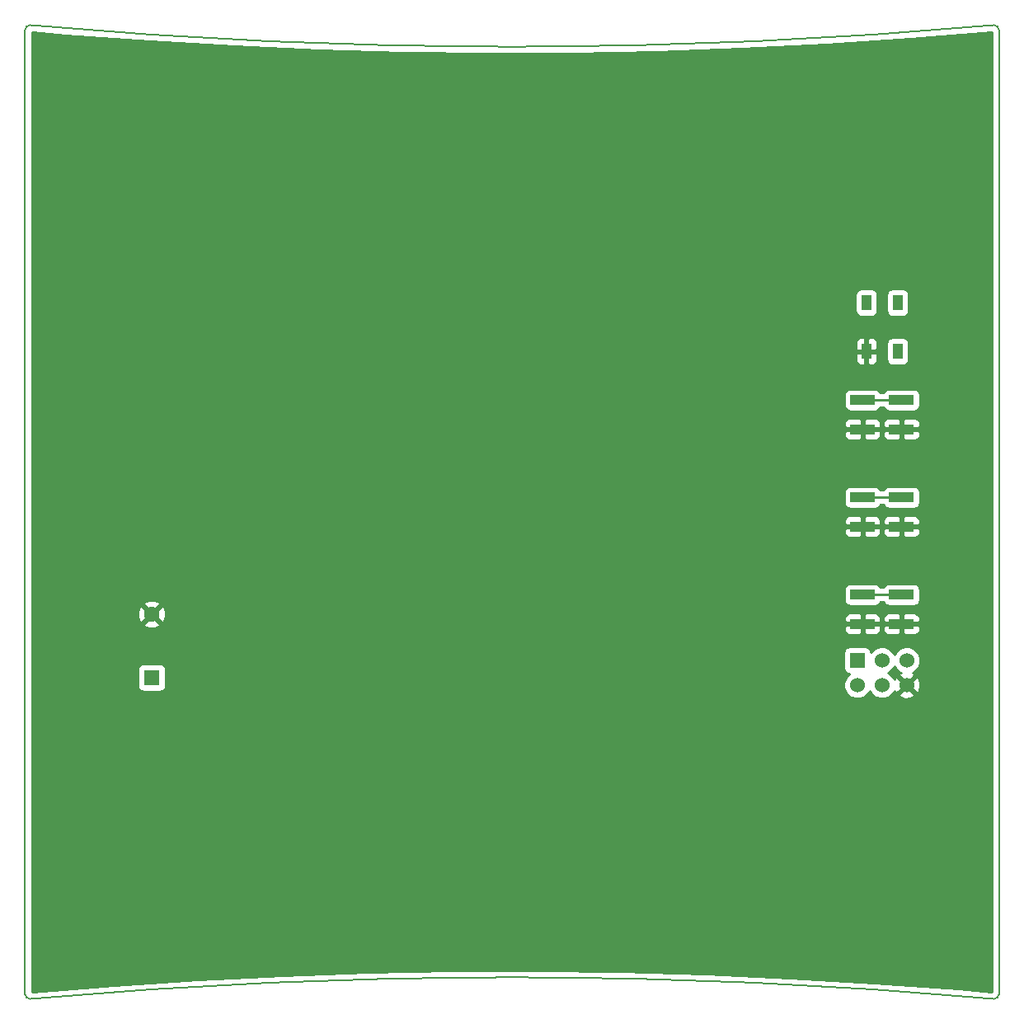
<source format=gbr>
%TF.GenerationSoftware,KiCad,Pcbnew,5.0.0*%
%TF.CreationDate,2018-09-20T16:03:51+02:00*%
%TF.ProjectId,adri,616472692E6B696361645F7063620000,rev?*%
%TF.SameCoordinates,Original*%
%TF.FileFunction,Copper,L1,Top,Signal*%
%TF.FilePolarity,Positive*%
%FSLAX46Y46*%
G04 Gerber Fmt 4.6, Leading zero omitted, Abs format (unit mm)*
G04 Created by KiCad (PCBNEW 5.0.0) date Thu Sep 20 16:03:51 2018*
%MOMM*%
%LPD*%
G01*
G04 APERTURE LIST*
%ADD10C,0.150000*%
%ADD11C,1.600000*%
%ADD12R,1.600000X1.600000*%
%ADD13R,1.000000X1.600000*%
%ADD14R,1.524000X1.524000*%
%ADD15C,1.524000*%
%ADD16R,2.500000X1.000000*%
%ADD17C,0.800000*%
%ADD18C,4.000000*%
%ADD19C,0.250000*%
%ADD20C,0.254000*%
G04 APERTURE END LIST*
D10*
X90500000Y-150000000D02*
G75*
G02X90000000Y-149500000I0J500000D01*
G01*
X190000000Y-149500000D02*
G75*
G02X189500000Y-150000000I-500000J0D01*
G01*
X189500000Y-50000000D02*
G75*
G02X190000000Y-50500000I0J-500000D01*
G01*
X90000000Y-50500000D02*
G75*
G02X90500000Y-50000000I500000J0D01*
G01*
X90500001Y-150000000D02*
G75*
G02X189500000Y-150000000I49499999J-550000000D01*
G01*
X189499999Y-50000000D02*
G75*
G02X90500000Y-50000000I-49500000J549999999D01*
G01*
X90000000Y-149500000D02*
X90000000Y-50500000D01*
X190000000Y-149500000D02*
X190000000Y-50500000D01*
D11*
X103000000Y-110500000D03*
D12*
X103000000Y-117000000D03*
D13*
X179600000Y-78500000D03*
X176400000Y-78500000D03*
X179600000Y-83500000D03*
X176400000Y-83500000D03*
D14*
X175460000Y-115230000D03*
D15*
X175460000Y-117770000D03*
X178000000Y-115230000D03*
X178000000Y-117770000D03*
X180540000Y-115230000D03*
X180540000Y-117770000D03*
D16*
X180000000Y-91500000D03*
X176000000Y-91500000D03*
X180000000Y-88500000D03*
X176000000Y-88500000D03*
X176000000Y-108500000D03*
X180000000Y-108500000D03*
X176000000Y-111500000D03*
X180000000Y-111500000D03*
X180000000Y-101500000D03*
X176000000Y-101500000D03*
X180000000Y-98500000D03*
X176000000Y-98500000D03*
D17*
X179600000Y-78500000D03*
D18*
X185000000Y-145000000D03*
D17*
X176000000Y-111500000D03*
D18*
X95000000Y-145000000D03*
X95000000Y-55000000D03*
X185000000Y-55000000D03*
D17*
X179600000Y-83500000D03*
X180000000Y-88500000D03*
X176000000Y-88500000D03*
X176000000Y-98500000D03*
X176000000Y-108500000D03*
D19*
X176000000Y-88500000D02*
X180000000Y-88500000D01*
X176000000Y-98500000D02*
X180000000Y-98500000D01*
X176000000Y-108500000D02*
X180000000Y-108500000D01*
D20*
G36*
X189290000Y-149269154D02*
X185859357Y-148972028D01*
X185855358Y-148971713D01*
X185851418Y-148971385D01*
X177201708Y-148319912D01*
X177190581Y-148319162D01*
X168531704Y-147803632D01*
X168520567Y-147803057D01*
X159854668Y-147423599D01*
X159854662Y-147423599D01*
X159843516Y-147423198D01*
X151172719Y-147179905D01*
X151167144Y-147179793D01*
X151161569Y-147179680D01*
X142488020Y-147072612D01*
X142476867Y-147072562D01*
X133802707Y-147101745D01*
X133791556Y-147101870D01*
X125118923Y-147267298D01*
X125107775Y-147267598D01*
X116438811Y-147569229D01*
X116428125Y-147569686D01*
X116427668Y-147569705D01*
X107764518Y-148007464D01*
X107764512Y-148007464D01*
X107753379Y-148008114D01*
X99098167Y-148581895D01*
X99087045Y-148582720D01*
X90710000Y-149270373D01*
X90710000Y-116200000D01*
X101552560Y-116200000D01*
X101552560Y-117800000D01*
X101601843Y-118047765D01*
X101742191Y-118257809D01*
X101952235Y-118398157D01*
X102200000Y-118447440D01*
X103800000Y-118447440D01*
X104047765Y-118398157D01*
X104257809Y-118257809D01*
X104398157Y-118047765D01*
X104447440Y-117800000D01*
X104447440Y-116200000D01*
X104398157Y-115952235D01*
X104257809Y-115742191D01*
X104047765Y-115601843D01*
X103800000Y-115552560D01*
X102200000Y-115552560D01*
X101952235Y-115601843D01*
X101742191Y-115742191D01*
X101601843Y-115952235D01*
X101552560Y-116200000D01*
X90710000Y-116200000D01*
X90710000Y-114468000D01*
X174050560Y-114468000D01*
X174050560Y-115992000D01*
X174099843Y-116239765D01*
X174240191Y-116449809D01*
X174450235Y-116590157D01*
X174628690Y-116625653D01*
X174275680Y-116978663D01*
X174063000Y-117492119D01*
X174063000Y-118047881D01*
X174275680Y-118561337D01*
X174668663Y-118954320D01*
X175182119Y-119167000D01*
X175737881Y-119167000D01*
X176251337Y-118954320D01*
X176644320Y-118561337D01*
X176730000Y-118354487D01*
X176815680Y-118561337D01*
X177208663Y-118954320D01*
X177722119Y-119167000D01*
X178277881Y-119167000D01*
X178791337Y-118954320D01*
X178995444Y-118750213D01*
X179739392Y-118750213D01*
X179808857Y-118992397D01*
X180332302Y-119179144D01*
X180887368Y-119151362D01*
X181271143Y-118992397D01*
X181340608Y-118750213D01*
X180540000Y-117949605D01*
X179739392Y-118750213D01*
X178995444Y-118750213D01*
X179184320Y-118561337D01*
X179263428Y-118370353D01*
X179317603Y-118501143D01*
X179559787Y-118570608D01*
X180360395Y-117770000D01*
X180719605Y-117770000D01*
X181520213Y-118570608D01*
X181762397Y-118501143D01*
X181949144Y-117977698D01*
X181921362Y-117422632D01*
X181762397Y-117038857D01*
X181520213Y-116969392D01*
X180719605Y-117770000D01*
X180360395Y-117770000D01*
X179559787Y-116969392D01*
X179317603Y-117038857D01*
X179267465Y-117179393D01*
X179184320Y-116978663D01*
X178791337Y-116585680D01*
X178584487Y-116500000D01*
X178791337Y-116414320D01*
X179184320Y-116021337D01*
X179270000Y-115814487D01*
X179355680Y-116021337D01*
X179748663Y-116414320D01*
X179939647Y-116493428D01*
X179808857Y-116547603D01*
X179739392Y-116789787D01*
X180540000Y-117590395D01*
X181340608Y-116789787D01*
X181271143Y-116547603D01*
X181130607Y-116497465D01*
X181331337Y-116414320D01*
X181724320Y-116021337D01*
X181937000Y-115507881D01*
X181937000Y-114952119D01*
X181724320Y-114438663D01*
X181331337Y-114045680D01*
X180817881Y-113833000D01*
X180262119Y-113833000D01*
X179748663Y-114045680D01*
X179355680Y-114438663D01*
X179270000Y-114645513D01*
X179184320Y-114438663D01*
X178791337Y-114045680D01*
X178277881Y-113833000D01*
X177722119Y-113833000D01*
X177208663Y-114045680D01*
X176855653Y-114398690D01*
X176820157Y-114220235D01*
X176679809Y-114010191D01*
X176469765Y-113869843D01*
X176222000Y-113820560D01*
X174698000Y-113820560D01*
X174450235Y-113869843D01*
X174240191Y-114010191D01*
X174099843Y-114220235D01*
X174050560Y-114468000D01*
X90710000Y-114468000D01*
X90710000Y-111507745D01*
X102171861Y-111507745D01*
X102245995Y-111753864D01*
X102783223Y-111946965D01*
X103353454Y-111919778D01*
X103677025Y-111785750D01*
X174115000Y-111785750D01*
X174115000Y-112126310D01*
X174211673Y-112359699D01*
X174390302Y-112538327D01*
X174623691Y-112635000D01*
X175714250Y-112635000D01*
X175873000Y-112476250D01*
X175873000Y-111627000D01*
X176127000Y-111627000D01*
X176127000Y-112476250D01*
X176285750Y-112635000D01*
X177376309Y-112635000D01*
X177609698Y-112538327D01*
X177788327Y-112359699D01*
X177885000Y-112126310D01*
X177885000Y-111785750D01*
X178115000Y-111785750D01*
X178115000Y-112126310D01*
X178211673Y-112359699D01*
X178390302Y-112538327D01*
X178623691Y-112635000D01*
X179714250Y-112635000D01*
X179873000Y-112476250D01*
X179873000Y-111627000D01*
X180127000Y-111627000D01*
X180127000Y-112476250D01*
X180285750Y-112635000D01*
X181376309Y-112635000D01*
X181609698Y-112538327D01*
X181788327Y-112359699D01*
X181885000Y-112126310D01*
X181885000Y-111785750D01*
X181726250Y-111627000D01*
X180127000Y-111627000D01*
X179873000Y-111627000D01*
X178273750Y-111627000D01*
X178115000Y-111785750D01*
X177885000Y-111785750D01*
X177726250Y-111627000D01*
X176127000Y-111627000D01*
X175873000Y-111627000D01*
X174273750Y-111627000D01*
X174115000Y-111785750D01*
X103677025Y-111785750D01*
X103754005Y-111753864D01*
X103828139Y-111507745D01*
X103000000Y-110679605D01*
X102171861Y-111507745D01*
X90710000Y-111507745D01*
X90710000Y-110283223D01*
X101553035Y-110283223D01*
X101580222Y-110853454D01*
X101746136Y-111254005D01*
X101992255Y-111328139D01*
X102820395Y-110500000D01*
X103179605Y-110500000D01*
X104007745Y-111328139D01*
X104253864Y-111254005D01*
X104390564Y-110873690D01*
X174115000Y-110873690D01*
X174115000Y-111214250D01*
X174273750Y-111373000D01*
X175873000Y-111373000D01*
X175873000Y-110523750D01*
X176127000Y-110523750D01*
X176127000Y-111373000D01*
X177726250Y-111373000D01*
X177885000Y-111214250D01*
X177885000Y-110873690D01*
X178115000Y-110873690D01*
X178115000Y-111214250D01*
X178273750Y-111373000D01*
X179873000Y-111373000D01*
X179873000Y-110523750D01*
X180127000Y-110523750D01*
X180127000Y-111373000D01*
X181726250Y-111373000D01*
X181885000Y-111214250D01*
X181885000Y-110873690D01*
X181788327Y-110640301D01*
X181609698Y-110461673D01*
X181376309Y-110365000D01*
X180285750Y-110365000D01*
X180127000Y-110523750D01*
X179873000Y-110523750D01*
X179714250Y-110365000D01*
X178623691Y-110365000D01*
X178390302Y-110461673D01*
X178211673Y-110640301D01*
X178115000Y-110873690D01*
X177885000Y-110873690D01*
X177788327Y-110640301D01*
X177609698Y-110461673D01*
X177376309Y-110365000D01*
X176285750Y-110365000D01*
X176127000Y-110523750D01*
X175873000Y-110523750D01*
X175714250Y-110365000D01*
X174623691Y-110365000D01*
X174390302Y-110461673D01*
X174211673Y-110640301D01*
X174115000Y-110873690D01*
X104390564Y-110873690D01*
X104446965Y-110716777D01*
X104419778Y-110146546D01*
X104253864Y-109745995D01*
X104007745Y-109671861D01*
X103179605Y-110500000D01*
X102820395Y-110500000D01*
X101992255Y-109671861D01*
X101746136Y-109745995D01*
X101553035Y-110283223D01*
X90710000Y-110283223D01*
X90710000Y-109492255D01*
X102171861Y-109492255D01*
X103000000Y-110320395D01*
X103828139Y-109492255D01*
X103754005Y-109246136D01*
X103216777Y-109053035D01*
X102646546Y-109080222D01*
X102245995Y-109246136D01*
X102171861Y-109492255D01*
X90710000Y-109492255D01*
X90710000Y-108000000D01*
X174102560Y-108000000D01*
X174102560Y-109000000D01*
X174151843Y-109247765D01*
X174292191Y-109457809D01*
X174502235Y-109598157D01*
X174750000Y-109647440D01*
X177250000Y-109647440D01*
X177497765Y-109598157D01*
X177707809Y-109457809D01*
X177839982Y-109260000D01*
X178160018Y-109260000D01*
X178292191Y-109457809D01*
X178502235Y-109598157D01*
X178750000Y-109647440D01*
X181250000Y-109647440D01*
X181497765Y-109598157D01*
X181707809Y-109457809D01*
X181848157Y-109247765D01*
X181897440Y-109000000D01*
X181897440Y-108000000D01*
X181848157Y-107752235D01*
X181707809Y-107542191D01*
X181497765Y-107401843D01*
X181250000Y-107352560D01*
X178750000Y-107352560D01*
X178502235Y-107401843D01*
X178292191Y-107542191D01*
X178160018Y-107740000D01*
X177839982Y-107740000D01*
X177707809Y-107542191D01*
X177497765Y-107401843D01*
X177250000Y-107352560D01*
X174750000Y-107352560D01*
X174502235Y-107401843D01*
X174292191Y-107542191D01*
X174151843Y-107752235D01*
X174102560Y-108000000D01*
X90710000Y-108000000D01*
X90710000Y-101785750D01*
X174115000Y-101785750D01*
X174115000Y-102126310D01*
X174211673Y-102359699D01*
X174390302Y-102538327D01*
X174623691Y-102635000D01*
X175714250Y-102635000D01*
X175873000Y-102476250D01*
X175873000Y-101627000D01*
X176127000Y-101627000D01*
X176127000Y-102476250D01*
X176285750Y-102635000D01*
X177376309Y-102635000D01*
X177609698Y-102538327D01*
X177788327Y-102359699D01*
X177885000Y-102126310D01*
X177885000Y-101785750D01*
X178115000Y-101785750D01*
X178115000Y-102126310D01*
X178211673Y-102359699D01*
X178390302Y-102538327D01*
X178623691Y-102635000D01*
X179714250Y-102635000D01*
X179873000Y-102476250D01*
X179873000Y-101627000D01*
X180127000Y-101627000D01*
X180127000Y-102476250D01*
X180285750Y-102635000D01*
X181376309Y-102635000D01*
X181609698Y-102538327D01*
X181788327Y-102359699D01*
X181885000Y-102126310D01*
X181885000Y-101785750D01*
X181726250Y-101627000D01*
X180127000Y-101627000D01*
X179873000Y-101627000D01*
X178273750Y-101627000D01*
X178115000Y-101785750D01*
X177885000Y-101785750D01*
X177726250Y-101627000D01*
X176127000Y-101627000D01*
X175873000Y-101627000D01*
X174273750Y-101627000D01*
X174115000Y-101785750D01*
X90710000Y-101785750D01*
X90710000Y-100873690D01*
X174115000Y-100873690D01*
X174115000Y-101214250D01*
X174273750Y-101373000D01*
X175873000Y-101373000D01*
X175873000Y-100523750D01*
X176127000Y-100523750D01*
X176127000Y-101373000D01*
X177726250Y-101373000D01*
X177885000Y-101214250D01*
X177885000Y-100873690D01*
X178115000Y-100873690D01*
X178115000Y-101214250D01*
X178273750Y-101373000D01*
X179873000Y-101373000D01*
X179873000Y-100523750D01*
X180127000Y-100523750D01*
X180127000Y-101373000D01*
X181726250Y-101373000D01*
X181885000Y-101214250D01*
X181885000Y-100873690D01*
X181788327Y-100640301D01*
X181609698Y-100461673D01*
X181376309Y-100365000D01*
X180285750Y-100365000D01*
X180127000Y-100523750D01*
X179873000Y-100523750D01*
X179714250Y-100365000D01*
X178623691Y-100365000D01*
X178390302Y-100461673D01*
X178211673Y-100640301D01*
X178115000Y-100873690D01*
X177885000Y-100873690D01*
X177788327Y-100640301D01*
X177609698Y-100461673D01*
X177376309Y-100365000D01*
X176285750Y-100365000D01*
X176127000Y-100523750D01*
X175873000Y-100523750D01*
X175714250Y-100365000D01*
X174623691Y-100365000D01*
X174390302Y-100461673D01*
X174211673Y-100640301D01*
X174115000Y-100873690D01*
X90710000Y-100873690D01*
X90710000Y-98000000D01*
X174102560Y-98000000D01*
X174102560Y-99000000D01*
X174151843Y-99247765D01*
X174292191Y-99457809D01*
X174502235Y-99598157D01*
X174750000Y-99647440D01*
X177250000Y-99647440D01*
X177497765Y-99598157D01*
X177707809Y-99457809D01*
X177839982Y-99260000D01*
X178160018Y-99260000D01*
X178292191Y-99457809D01*
X178502235Y-99598157D01*
X178750000Y-99647440D01*
X181250000Y-99647440D01*
X181497765Y-99598157D01*
X181707809Y-99457809D01*
X181848157Y-99247765D01*
X181897440Y-99000000D01*
X181897440Y-98000000D01*
X181848157Y-97752235D01*
X181707809Y-97542191D01*
X181497765Y-97401843D01*
X181250000Y-97352560D01*
X178750000Y-97352560D01*
X178502235Y-97401843D01*
X178292191Y-97542191D01*
X178160018Y-97740000D01*
X177839982Y-97740000D01*
X177707809Y-97542191D01*
X177497765Y-97401843D01*
X177250000Y-97352560D01*
X174750000Y-97352560D01*
X174502235Y-97401843D01*
X174292191Y-97542191D01*
X174151843Y-97752235D01*
X174102560Y-98000000D01*
X90710000Y-98000000D01*
X90710000Y-91785750D01*
X174115000Y-91785750D01*
X174115000Y-92126310D01*
X174211673Y-92359699D01*
X174390302Y-92538327D01*
X174623691Y-92635000D01*
X175714250Y-92635000D01*
X175873000Y-92476250D01*
X175873000Y-91627000D01*
X176127000Y-91627000D01*
X176127000Y-92476250D01*
X176285750Y-92635000D01*
X177376309Y-92635000D01*
X177609698Y-92538327D01*
X177788327Y-92359699D01*
X177885000Y-92126310D01*
X177885000Y-91785750D01*
X178115000Y-91785750D01*
X178115000Y-92126310D01*
X178211673Y-92359699D01*
X178390302Y-92538327D01*
X178623691Y-92635000D01*
X179714250Y-92635000D01*
X179873000Y-92476250D01*
X179873000Y-91627000D01*
X180127000Y-91627000D01*
X180127000Y-92476250D01*
X180285750Y-92635000D01*
X181376309Y-92635000D01*
X181609698Y-92538327D01*
X181788327Y-92359699D01*
X181885000Y-92126310D01*
X181885000Y-91785750D01*
X181726250Y-91627000D01*
X180127000Y-91627000D01*
X179873000Y-91627000D01*
X178273750Y-91627000D01*
X178115000Y-91785750D01*
X177885000Y-91785750D01*
X177726250Y-91627000D01*
X176127000Y-91627000D01*
X175873000Y-91627000D01*
X174273750Y-91627000D01*
X174115000Y-91785750D01*
X90710000Y-91785750D01*
X90710000Y-90873690D01*
X174115000Y-90873690D01*
X174115000Y-91214250D01*
X174273750Y-91373000D01*
X175873000Y-91373000D01*
X175873000Y-90523750D01*
X176127000Y-90523750D01*
X176127000Y-91373000D01*
X177726250Y-91373000D01*
X177885000Y-91214250D01*
X177885000Y-90873690D01*
X178115000Y-90873690D01*
X178115000Y-91214250D01*
X178273750Y-91373000D01*
X179873000Y-91373000D01*
X179873000Y-90523750D01*
X180127000Y-90523750D01*
X180127000Y-91373000D01*
X181726250Y-91373000D01*
X181885000Y-91214250D01*
X181885000Y-90873690D01*
X181788327Y-90640301D01*
X181609698Y-90461673D01*
X181376309Y-90365000D01*
X180285750Y-90365000D01*
X180127000Y-90523750D01*
X179873000Y-90523750D01*
X179714250Y-90365000D01*
X178623691Y-90365000D01*
X178390302Y-90461673D01*
X178211673Y-90640301D01*
X178115000Y-90873690D01*
X177885000Y-90873690D01*
X177788327Y-90640301D01*
X177609698Y-90461673D01*
X177376309Y-90365000D01*
X176285750Y-90365000D01*
X176127000Y-90523750D01*
X175873000Y-90523750D01*
X175714250Y-90365000D01*
X174623691Y-90365000D01*
X174390302Y-90461673D01*
X174211673Y-90640301D01*
X174115000Y-90873690D01*
X90710000Y-90873690D01*
X90710000Y-88000000D01*
X174102560Y-88000000D01*
X174102560Y-89000000D01*
X174151843Y-89247765D01*
X174292191Y-89457809D01*
X174502235Y-89598157D01*
X174750000Y-89647440D01*
X177250000Y-89647440D01*
X177497765Y-89598157D01*
X177707809Y-89457809D01*
X177839982Y-89260000D01*
X178160018Y-89260000D01*
X178292191Y-89457809D01*
X178502235Y-89598157D01*
X178750000Y-89647440D01*
X181250000Y-89647440D01*
X181497765Y-89598157D01*
X181707809Y-89457809D01*
X181848157Y-89247765D01*
X181897440Y-89000000D01*
X181897440Y-88000000D01*
X181848157Y-87752235D01*
X181707809Y-87542191D01*
X181497765Y-87401843D01*
X181250000Y-87352560D01*
X178750000Y-87352560D01*
X178502235Y-87401843D01*
X178292191Y-87542191D01*
X178160018Y-87740000D01*
X177839982Y-87740000D01*
X177707809Y-87542191D01*
X177497765Y-87401843D01*
X177250000Y-87352560D01*
X174750000Y-87352560D01*
X174502235Y-87401843D01*
X174292191Y-87542191D01*
X174151843Y-87752235D01*
X174102560Y-88000000D01*
X90710000Y-88000000D01*
X90710000Y-83785750D01*
X175265000Y-83785750D01*
X175265000Y-84426309D01*
X175361673Y-84659698D01*
X175540301Y-84838327D01*
X175773690Y-84935000D01*
X176114250Y-84935000D01*
X176273000Y-84776250D01*
X176273000Y-83627000D01*
X176527000Y-83627000D01*
X176527000Y-84776250D01*
X176685750Y-84935000D01*
X177026310Y-84935000D01*
X177259699Y-84838327D01*
X177438327Y-84659698D01*
X177535000Y-84426309D01*
X177535000Y-83785750D01*
X177376250Y-83627000D01*
X176527000Y-83627000D01*
X176273000Y-83627000D01*
X175423750Y-83627000D01*
X175265000Y-83785750D01*
X90710000Y-83785750D01*
X90710000Y-82573691D01*
X175265000Y-82573691D01*
X175265000Y-83214250D01*
X175423750Y-83373000D01*
X176273000Y-83373000D01*
X176273000Y-82223750D01*
X176527000Y-82223750D01*
X176527000Y-83373000D01*
X177376250Y-83373000D01*
X177535000Y-83214250D01*
X177535000Y-82700000D01*
X178452560Y-82700000D01*
X178452560Y-84300000D01*
X178501843Y-84547765D01*
X178642191Y-84757809D01*
X178852235Y-84898157D01*
X179100000Y-84947440D01*
X180100000Y-84947440D01*
X180347765Y-84898157D01*
X180557809Y-84757809D01*
X180698157Y-84547765D01*
X180747440Y-84300000D01*
X180747440Y-82700000D01*
X180698157Y-82452235D01*
X180557809Y-82242191D01*
X180347765Y-82101843D01*
X180100000Y-82052560D01*
X179100000Y-82052560D01*
X178852235Y-82101843D01*
X178642191Y-82242191D01*
X178501843Y-82452235D01*
X178452560Y-82700000D01*
X177535000Y-82700000D01*
X177535000Y-82573691D01*
X177438327Y-82340302D01*
X177259699Y-82161673D01*
X177026310Y-82065000D01*
X176685750Y-82065000D01*
X176527000Y-82223750D01*
X176273000Y-82223750D01*
X176114250Y-82065000D01*
X175773690Y-82065000D01*
X175540301Y-82161673D01*
X175361673Y-82340302D01*
X175265000Y-82573691D01*
X90710000Y-82573691D01*
X90710000Y-77700000D01*
X175252560Y-77700000D01*
X175252560Y-79300000D01*
X175301843Y-79547765D01*
X175442191Y-79757809D01*
X175652235Y-79898157D01*
X175900000Y-79947440D01*
X176900000Y-79947440D01*
X177147765Y-79898157D01*
X177357809Y-79757809D01*
X177498157Y-79547765D01*
X177547440Y-79300000D01*
X177547440Y-77700000D01*
X178452560Y-77700000D01*
X178452560Y-79300000D01*
X178501843Y-79547765D01*
X178642191Y-79757809D01*
X178852235Y-79898157D01*
X179100000Y-79947440D01*
X180100000Y-79947440D01*
X180347765Y-79898157D01*
X180557809Y-79757809D01*
X180698157Y-79547765D01*
X180747440Y-79300000D01*
X180747440Y-77700000D01*
X180698157Y-77452235D01*
X180557809Y-77242191D01*
X180347765Y-77101843D01*
X180100000Y-77052560D01*
X179100000Y-77052560D01*
X178852235Y-77101843D01*
X178642191Y-77242191D01*
X178501843Y-77452235D01*
X178452560Y-77700000D01*
X177547440Y-77700000D01*
X177498157Y-77452235D01*
X177357809Y-77242191D01*
X177147765Y-77101843D01*
X176900000Y-77052560D01*
X175900000Y-77052560D01*
X175652235Y-77101843D01*
X175442191Y-77242191D01*
X175301843Y-77452235D01*
X175252560Y-77700000D01*
X90710000Y-77700000D01*
X90710000Y-50730846D01*
X94140642Y-51027972D01*
X94144659Y-51028288D01*
X94148582Y-51028615D01*
X102798292Y-51680088D01*
X102809419Y-51680838D01*
X111468296Y-52196368D01*
X111479433Y-52196943D01*
X111479439Y-52196943D01*
X120145339Y-52576401D01*
X120156484Y-52576802D01*
X128827281Y-52820095D01*
X128838210Y-52820316D01*
X128838431Y-52820320D01*
X137511980Y-52927388D01*
X137523133Y-52927438D01*
X146197293Y-52898255D01*
X146208445Y-52898130D01*
X154881077Y-52732702D01*
X154892225Y-52732402D01*
X163561189Y-52430772D01*
X163572331Y-52430296D01*
X172235482Y-51992536D01*
X172235488Y-51992536D01*
X172246621Y-51991886D01*
X180901833Y-51418105D01*
X180912955Y-51417280D01*
X189290001Y-50729627D01*
X189290000Y-149269154D01*
X189290000Y-149269154D01*
G37*
X189290000Y-149269154D02*
X185859357Y-148972028D01*
X185855358Y-148971713D01*
X185851418Y-148971385D01*
X177201708Y-148319912D01*
X177190581Y-148319162D01*
X168531704Y-147803632D01*
X168520567Y-147803057D01*
X159854668Y-147423599D01*
X159854662Y-147423599D01*
X159843516Y-147423198D01*
X151172719Y-147179905D01*
X151167144Y-147179793D01*
X151161569Y-147179680D01*
X142488020Y-147072612D01*
X142476867Y-147072562D01*
X133802707Y-147101745D01*
X133791556Y-147101870D01*
X125118923Y-147267298D01*
X125107775Y-147267598D01*
X116438811Y-147569229D01*
X116428125Y-147569686D01*
X116427668Y-147569705D01*
X107764518Y-148007464D01*
X107764512Y-148007464D01*
X107753379Y-148008114D01*
X99098167Y-148581895D01*
X99087045Y-148582720D01*
X90710000Y-149270373D01*
X90710000Y-116200000D01*
X101552560Y-116200000D01*
X101552560Y-117800000D01*
X101601843Y-118047765D01*
X101742191Y-118257809D01*
X101952235Y-118398157D01*
X102200000Y-118447440D01*
X103800000Y-118447440D01*
X104047765Y-118398157D01*
X104257809Y-118257809D01*
X104398157Y-118047765D01*
X104447440Y-117800000D01*
X104447440Y-116200000D01*
X104398157Y-115952235D01*
X104257809Y-115742191D01*
X104047765Y-115601843D01*
X103800000Y-115552560D01*
X102200000Y-115552560D01*
X101952235Y-115601843D01*
X101742191Y-115742191D01*
X101601843Y-115952235D01*
X101552560Y-116200000D01*
X90710000Y-116200000D01*
X90710000Y-114468000D01*
X174050560Y-114468000D01*
X174050560Y-115992000D01*
X174099843Y-116239765D01*
X174240191Y-116449809D01*
X174450235Y-116590157D01*
X174628690Y-116625653D01*
X174275680Y-116978663D01*
X174063000Y-117492119D01*
X174063000Y-118047881D01*
X174275680Y-118561337D01*
X174668663Y-118954320D01*
X175182119Y-119167000D01*
X175737881Y-119167000D01*
X176251337Y-118954320D01*
X176644320Y-118561337D01*
X176730000Y-118354487D01*
X176815680Y-118561337D01*
X177208663Y-118954320D01*
X177722119Y-119167000D01*
X178277881Y-119167000D01*
X178791337Y-118954320D01*
X178995444Y-118750213D01*
X179739392Y-118750213D01*
X179808857Y-118992397D01*
X180332302Y-119179144D01*
X180887368Y-119151362D01*
X181271143Y-118992397D01*
X181340608Y-118750213D01*
X180540000Y-117949605D01*
X179739392Y-118750213D01*
X178995444Y-118750213D01*
X179184320Y-118561337D01*
X179263428Y-118370353D01*
X179317603Y-118501143D01*
X179559787Y-118570608D01*
X180360395Y-117770000D01*
X180719605Y-117770000D01*
X181520213Y-118570608D01*
X181762397Y-118501143D01*
X181949144Y-117977698D01*
X181921362Y-117422632D01*
X181762397Y-117038857D01*
X181520213Y-116969392D01*
X180719605Y-117770000D01*
X180360395Y-117770000D01*
X179559787Y-116969392D01*
X179317603Y-117038857D01*
X179267465Y-117179393D01*
X179184320Y-116978663D01*
X178791337Y-116585680D01*
X178584487Y-116500000D01*
X178791337Y-116414320D01*
X179184320Y-116021337D01*
X179270000Y-115814487D01*
X179355680Y-116021337D01*
X179748663Y-116414320D01*
X179939647Y-116493428D01*
X179808857Y-116547603D01*
X179739392Y-116789787D01*
X180540000Y-117590395D01*
X181340608Y-116789787D01*
X181271143Y-116547603D01*
X181130607Y-116497465D01*
X181331337Y-116414320D01*
X181724320Y-116021337D01*
X181937000Y-115507881D01*
X181937000Y-114952119D01*
X181724320Y-114438663D01*
X181331337Y-114045680D01*
X180817881Y-113833000D01*
X180262119Y-113833000D01*
X179748663Y-114045680D01*
X179355680Y-114438663D01*
X179270000Y-114645513D01*
X179184320Y-114438663D01*
X178791337Y-114045680D01*
X178277881Y-113833000D01*
X177722119Y-113833000D01*
X177208663Y-114045680D01*
X176855653Y-114398690D01*
X176820157Y-114220235D01*
X176679809Y-114010191D01*
X176469765Y-113869843D01*
X176222000Y-113820560D01*
X174698000Y-113820560D01*
X174450235Y-113869843D01*
X174240191Y-114010191D01*
X174099843Y-114220235D01*
X174050560Y-114468000D01*
X90710000Y-114468000D01*
X90710000Y-111507745D01*
X102171861Y-111507745D01*
X102245995Y-111753864D01*
X102783223Y-111946965D01*
X103353454Y-111919778D01*
X103677025Y-111785750D01*
X174115000Y-111785750D01*
X174115000Y-112126310D01*
X174211673Y-112359699D01*
X174390302Y-112538327D01*
X174623691Y-112635000D01*
X175714250Y-112635000D01*
X175873000Y-112476250D01*
X175873000Y-111627000D01*
X176127000Y-111627000D01*
X176127000Y-112476250D01*
X176285750Y-112635000D01*
X177376309Y-112635000D01*
X177609698Y-112538327D01*
X177788327Y-112359699D01*
X177885000Y-112126310D01*
X177885000Y-111785750D01*
X178115000Y-111785750D01*
X178115000Y-112126310D01*
X178211673Y-112359699D01*
X178390302Y-112538327D01*
X178623691Y-112635000D01*
X179714250Y-112635000D01*
X179873000Y-112476250D01*
X179873000Y-111627000D01*
X180127000Y-111627000D01*
X180127000Y-112476250D01*
X180285750Y-112635000D01*
X181376309Y-112635000D01*
X181609698Y-112538327D01*
X181788327Y-112359699D01*
X181885000Y-112126310D01*
X181885000Y-111785750D01*
X181726250Y-111627000D01*
X180127000Y-111627000D01*
X179873000Y-111627000D01*
X178273750Y-111627000D01*
X178115000Y-111785750D01*
X177885000Y-111785750D01*
X177726250Y-111627000D01*
X176127000Y-111627000D01*
X175873000Y-111627000D01*
X174273750Y-111627000D01*
X174115000Y-111785750D01*
X103677025Y-111785750D01*
X103754005Y-111753864D01*
X103828139Y-111507745D01*
X103000000Y-110679605D01*
X102171861Y-111507745D01*
X90710000Y-111507745D01*
X90710000Y-110283223D01*
X101553035Y-110283223D01*
X101580222Y-110853454D01*
X101746136Y-111254005D01*
X101992255Y-111328139D01*
X102820395Y-110500000D01*
X103179605Y-110500000D01*
X104007745Y-111328139D01*
X104253864Y-111254005D01*
X104390564Y-110873690D01*
X174115000Y-110873690D01*
X174115000Y-111214250D01*
X174273750Y-111373000D01*
X175873000Y-111373000D01*
X175873000Y-110523750D01*
X176127000Y-110523750D01*
X176127000Y-111373000D01*
X177726250Y-111373000D01*
X177885000Y-111214250D01*
X177885000Y-110873690D01*
X178115000Y-110873690D01*
X178115000Y-111214250D01*
X178273750Y-111373000D01*
X179873000Y-111373000D01*
X179873000Y-110523750D01*
X180127000Y-110523750D01*
X180127000Y-111373000D01*
X181726250Y-111373000D01*
X181885000Y-111214250D01*
X181885000Y-110873690D01*
X181788327Y-110640301D01*
X181609698Y-110461673D01*
X181376309Y-110365000D01*
X180285750Y-110365000D01*
X180127000Y-110523750D01*
X179873000Y-110523750D01*
X179714250Y-110365000D01*
X178623691Y-110365000D01*
X178390302Y-110461673D01*
X178211673Y-110640301D01*
X178115000Y-110873690D01*
X177885000Y-110873690D01*
X177788327Y-110640301D01*
X177609698Y-110461673D01*
X177376309Y-110365000D01*
X176285750Y-110365000D01*
X176127000Y-110523750D01*
X175873000Y-110523750D01*
X175714250Y-110365000D01*
X174623691Y-110365000D01*
X174390302Y-110461673D01*
X174211673Y-110640301D01*
X174115000Y-110873690D01*
X104390564Y-110873690D01*
X104446965Y-110716777D01*
X104419778Y-110146546D01*
X104253864Y-109745995D01*
X104007745Y-109671861D01*
X103179605Y-110500000D01*
X102820395Y-110500000D01*
X101992255Y-109671861D01*
X101746136Y-109745995D01*
X101553035Y-110283223D01*
X90710000Y-110283223D01*
X90710000Y-109492255D01*
X102171861Y-109492255D01*
X103000000Y-110320395D01*
X103828139Y-109492255D01*
X103754005Y-109246136D01*
X103216777Y-109053035D01*
X102646546Y-109080222D01*
X102245995Y-109246136D01*
X102171861Y-109492255D01*
X90710000Y-109492255D01*
X90710000Y-108000000D01*
X174102560Y-108000000D01*
X174102560Y-109000000D01*
X174151843Y-109247765D01*
X174292191Y-109457809D01*
X174502235Y-109598157D01*
X174750000Y-109647440D01*
X177250000Y-109647440D01*
X177497765Y-109598157D01*
X177707809Y-109457809D01*
X177839982Y-109260000D01*
X178160018Y-109260000D01*
X178292191Y-109457809D01*
X178502235Y-109598157D01*
X178750000Y-109647440D01*
X181250000Y-109647440D01*
X181497765Y-109598157D01*
X181707809Y-109457809D01*
X181848157Y-109247765D01*
X181897440Y-109000000D01*
X181897440Y-108000000D01*
X181848157Y-107752235D01*
X181707809Y-107542191D01*
X181497765Y-107401843D01*
X181250000Y-107352560D01*
X178750000Y-107352560D01*
X178502235Y-107401843D01*
X178292191Y-107542191D01*
X178160018Y-107740000D01*
X177839982Y-107740000D01*
X177707809Y-107542191D01*
X177497765Y-107401843D01*
X177250000Y-107352560D01*
X174750000Y-107352560D01*
X174502235Y-107401843D01*
X174292191Y-107542191D01*
X174151843Y-107752235D01*
X174102560Y-108000000D01*
X90710000Y-108000000D01*
X90710000Y-101785750D01*
X174115000Y-101785750D01*
X174115000Y-102126310D01*
X174211673Y-102359699D01*
X174390302Y-102538327D01*
X174623691Y-102635000D01*
X175714250Y-102635000D01*
X175873000Y-102476250D01*
X175873000Y-101627000D01*
X176127000Y-101627000D01*
X176127000Y-102476250D01*
X176285750Y-102635000D01*
X177376309Y-102635000D01*
X177609698Y-102538327D01*
X177788327Y-102359699D01*
X177885000Y-102126310D01*
X177885000Y-101785750D01*
X178115000Y-101785750D01*
X178115000Y-102126310D01*
X178211673Y-102359699D01*
X178390302Y-102538327D01*
X178623691Y-102635000D01*
X179714250Y-102635000D01*
X179873000Y-102476250D01*
X179873000Y-101627000D01*
X180127000Y-101627000D01*
X180127000Y-102476250D01*
X180285750Y-102635000D01*
X181376309Y-102635000D01*
X181609698Y-102538327D01*
X181788327Y-102359699D01*
X181885000Y-102126310D01*
X181885000Y-101785750D01*
X181726250Y-101627000D01*
X180127000Y-101627000D01*
X179873000Y-101627000D01*
X178273750Y-101627000D01*
X178115000Y-101785750D01*
X177885000Y-101785750D01*
X177726250Y-101627000D01*
X176127000Y-101627000D01*
X175873000Y-101627000D01*
X174273750Y-101627000D01*
X174115000Y-101785750D01*
X90710000Y-101785750D01*
X90710000Y-100873690D01*
X174115000Y-100873690D01*
X174115000Y-101214250D01*
X174273750Y-101373000D01*
X175873000Y-101373000D01*
X175873000Y-100523750D01*
X176127000Y-100523750D01*
X176127000Y-101373000D01*
X177726250Y-101373000D01*
X177885000Y-101214250D01*
X177885000Y-100873690D01*
X178115000Y-100873690D01*
X178115000Y-101214250D01*
X178273750Y-101373000D01*
X179873000Y-101373000D01*
X179873000Y-100523750D01*
X180127000Y-100523750D01*
X180127000Y-101373000D01*
X181726250Y-101373000D01*
X181885000Y-101214250D01*
X181885000Y-100873690D01*
X181788327Y-100640301D01*
X181609698Y-100461673D01*
X181376309Y-100365000D01*
X180285750Y-100365000D01*
X180127000Y-100523750D01*
X179873000Y-100523750D01*
X179714250Y-100365000D01*
X178623691Y-100365000D01*
X178390302Y-100461673D01*
X178211673Y-100640301D01*
X178115000Y-100873690D01*
X177885000Y-100873690D01*
X177788327Y-100640301D01*
X177609698Y-100461673D01*
X177376309Y-100365000D01*
X176285750Y-100365000D01*
X176127000Y-100523750D01*
X175873000Y-100523750D01*
X175714250Y-100365000D01*
X174623691Y-100365000D01*
X174390302Y-100461673D01*
X174211673Y-100640301D01*
X174115000Y-100873690D01*
X90710000Y-100873690D01*
X90710000Y-98000000D01*
X174102560Y-98000000D01*
X174102560Y-99000000D01*
X174151843Y-99247765D01*
X174292191Y-99457809D01*
X174502235Y-99598157D01*
X174750000Y-99647440D01*
X177250000Y-99647440D01*
X177497765Y-99598157D01*
X177707809Y-99457809D01*
X177839982Y-99260000D01*
X178160018Y-99260000D01*
X178292191Y-99457809D01*
X178502235Y-99598157D01*
X178750000Y-99647440D01*
X181250000Y-99647440D01*
X181497765Y-99598157D01*
X181707809Y-99457809D01*
X181848157Y-99247765D01*
X181897440Y-99000000D01*
X181897440Y-98000000D01*
X181848157Y-97752235D01*
X181707809Y-97542191D01*
X181497765Y-97401843D01*
X181250000Y-97352560D01*
X178750000Y-97352560D01*
X178502235Y-97401843D01*
X178292191Y-97542191D01*
X178160018Y-97740000D01*
X177839982Y-97740000D01*
X177707809Y-97542191D01*
X177497765Y-97401843D01*
X177250000Y-97352560D01*
X174750000Y-97352560D01*
X174502235Y-97401843D01*
X174292191Y-97542191D01*
X174151843Y-97752235D01*
X174102560Y-98000000D01*
X90710000Y-98000000D01*
X90710000Y-91785750D01*
X174115000Y-91785750D01*
X174115000Y-92126310D01*
X174211673Y-92359699D01*
X174390302Y-92538327D01*
X174623691Y-92635000D01*
X175714250Y-92635000D01*
X175873000Y-92476250D01*
X175873000Y-91627000D01*
X176127000Y-91627000D01*
X176127000Y-92476250D01*
X176285750Y-92635000D01*
X177376309Y-92635000D01*
X177609698Y-92538327D01*
X177788327Y-92359699D01*
X177885000Y-92126310D01*
X177885000Y-91785750D01*
X178115000Y-91785750D01*
X178115000Y-92126310D01*
X178211673Y-92359699D01*
X178390302Y-92538327D01*
X178623691Y-92635000D01*
X179714250Y-92635000D01*
X179873000Y-92476250D01*
X179873000Y-91627000D01*
X180127000Y-91627000D01*
X180127000Y-92476250D01*
X180285750Y-92635000D01*
X181376309Y-92635000D01*
X181609698Y-92538327D01*
X181788327Y-92359699D01*
X181885000Y-92126310D01*
X181885000Y-91785750D01*
X181726250Y-91627000D01*
X180127000Y-91627000D01*
X179873000Y-91627000D01*
X178273750Y-91627000D01*
X178115000Y-91785750D01*
X177885000Y-91785750D01*
X177726250Y-91627000D01*
X176127000Y-91627000D01*
X175873000Y-91627000D01*
X174273750Y-91627000D01*
X174115000Y-91785750D01*
X90710000Y-91785750D01*
X90710000Y-90873690D01*
X174115000Y-90873690D01*
X174115000Y-91214250D01*
X174273750Y-91373000D01*
X175873000Y-91373000D01*
X175873000Y-90523750D01*
X176127000Y-90523750D01*
X176127000Y-91373000D01*
X177726250Y-91373000D01*
X177885000Y-91214250D01*
X177885000Y-90873690D01*
X178115000Y-90873690D01*
X178115000Y-91214250D01*
X178273750Y-91373000D01*
X179873000Y-91373000D01*
X179873000Y-90523750D01*
X180127000Y-90523750D01*
X180127000Y-91373000D01*
X181726250Y-91373000D01*
X181885000Y-91214250D01*
X181885000Y-90873690D01*
X181788327Y-90640301D01*
X181609698Y-90461673D01*
X181376309Y-90365000D01*
X180285750Y-90365000D01*
X180127000Y-90523750D01*
X179873000Y-90523750D01*
X179714250Y-90365000D01*
X178623691Y-90365000D01*
X178390302Y-90461673D01*
X178211673Y-90640301D01*
X178115000Y-90873690D01*
X177885000Y-90873690D01*
X177788327Y-90640301D01*
X177609698Y-90461673D01*
X177376309Y-90365000D01*
X176285750Y-90365000D01*
X176127000Y-90523750D01*
X175873000Y-90523750D01*
X175714250Y-90365000D01*
X174623691Y-90365000D01*
X174390302Y-90461673D01*
X174211673Y-90640301D01*
X174115000Y-90873690D01*
X90710000Y-90873690D01*
X90710000Y-88000000D01*
X174102560Y-88000000D01*
X174102560Y-89000000D01*
X174151843Y-89247765D01*
X174292191Y-89457809D01*
X174502235Y-89598157D01*
X174750000Y-89647440D01*
X177250000Y-89647440D01*
X177497765Y-89598157D01*
X177707809Y-89457809D01*
X177839982Y-89260000D01*
X178160018Y-89260000D01*
X178292191Y-89457809D01*
X178502235Y-89598157D01*
X178750000Y-89647440D01*
X181250000Y-89647440D01*
X181497765Y-89598157D01*
X181707809Y-89457809D01*
X181848157Y-89247765D01*
X181897440Y-89000000D01*
X181897440Y-88000000D01*
X181848157Y-87752235D01*
X181707809Y-87542191D01*
X181497765Y-87401843D01*
X181250000Y-87352560D01*
X178750000Y-87352560D01*
X178502235Y-87401843D01*
X178292191Y-87542191D01*
X178160018Y-87740000D01*
X177839982Y-87740000D01*
X177707809Y-87542191D01*
X177497765Y-87401843D01*
X177250000Y-87352560D01*
X174750000Y-87352560D01*
X174502235Y-87401843D01*
X174292191Y-87542191D01*
X174151843Y-87752235D01*
X174102560Y-88000000D01*
X90710000Y-88000000D01*
X90710000Y-83785750D01*
X175265000Y-83785750D01*
X175265000Y-84426309D01*
X175361673Y-84659698D01*
X175540301Y-84838327D01*
X175773690Y-84935000D01*
X176114250Y-84935000D01*
X176273000Y-84776250D01*
X176273000Y-83627000D01*
X176527000Y-83627000D01*
X176527000Y-84776250D01*
X176685750Y-84935000D01*
X177026310Y-84935000D01*
X177259699Y-84838327D01*
X177438327Y-84659698D01*
X177535000Y-84426309D01*
X177535000Y-83785750D01*
X177376250Y-83627000D01*
X176527000Y-83627000D01*
X176273000Y-83627000D01*
X175423750Y-83627000D01*
X175265000Y-83785750D01*
X90710000Y-83785750D01*
X90710000Y-82573691D01*
X175265000Y-82573691D01*
X175265000Y-83214250D01*
X175423750Y-83373000D01*
X176273000Y-83373000D01*
X176273000Y-82223750D01*
X176527000Y-82223750D01*
X176527000Y-83373000D01*
X177376250Y-83373000D01*
X177535000Y-83214250D01*
X177535000Y-82700000D01*
X178452560Y-82700000D01*
X178452560Y-84300000D01*
X178501843Y-84547765D01*
X178642191Y-84757809D01*
X178852235Y-84898157D01*
X179100000Y-84947440D01*
X180100000Y-84947440D01*
X180347765Y-84898157D01*
X180557809Y-84757809D01*
X180698157Y-84547765D01*
X180747440Y-84300000D01*
X180747440Y-82700000D01*
X180698157Y-82452235D01*
X180557809Y-82242191D01*
X180347765Y-82101843D01*
X180100000Y-82052560D01*
X179100000Y-82052560D01*
X178852235Y-82101843D01*
X178642191Y-82242191D01*
X178501843Y-82452235D01*
X178452560Y-82700000D01*
X177535000Y-82700000D01*
X177535000Y-82573691D01*
X177438327Y-82340302D01*
X177259699Y-82161673D01*
X177026310Y-82065000D01*
X176685750Y-82065000D01*
X176527000Y-82223750D01*
X176273000Y-82223750D01*
X176114250Y-82065000D01*
X175773690Y-82065000D01*
X175540301Y-82161673D01*
X175361673Y-82340302D01*
X175265000Y-82573691D01*
X90710000Y-82573691D01*
X90710000Y-77700000D01*
X175252560Y-77700000D01*
X175252560Y-79300000D01*
X175301843Y-79547765D01*
X175442191Y-79757809D01*
X175652235Y-79898157D01*
X175900000Y-79947440D01*
X176900000Y-79947440D01*
X177147765Y-79898157D01*
X177357809Y-79757809D01*
X177498157Y-79547765D01*
X177547440Y-79300000D01*
X177547440Y-77700000D01*
X178452560Y-77700000D01*
X178452560Y-79300000D01*
X178501843Y-79547765D01*
X178642191Y-79757809D01*
X178852235Y-79898157D01*
X179100000Y-79947440D01*
X180100000Y-79947440D01*
X180347765Y-79898157D01*
X180557809Y-79757809D01*
X180698157Y-79547765D01*
X180747440Y-79300000D01*
X180747440Y-77700000D01*
X180698157Y-77452235D01*
X180557809Y-77242191D01*
X180347765Y-77101843D01*
X180100000Y-77052560D01*
X179100000Y-77052560D01*
X178852235Y-77101843D01*
X178642191Y-77242191D01*
X178501843Y-77452235D01*
X178452560Y-77700000D01*
X177547440Y-77700000D01*
X177498157Y-77452235D01*
X177357809Y-77242191D01*
X177147765Y-77101843D01*
X176900000Y-77052560D01*
X175900000Y-77052560D01*
X175652235Y-77101843D01*
X175442191Y-77242191D01*
X175301843Y-77452235D01*
X175252560Y-77700000D01*
X90710000Y-77700000D01*
X90710000Y-50730846D01*
X94140642Y-51027972D01*
X94144659Y-51028288D01*
X94148582Y-51028615D01*
X102798292Y-51680088D01*
X102809419Y-51680838D01*
X111468296Y-52196368D01*
X111479433Y-52196943D01*
X111479439Y-52196943D01*
X120145339Y-52576401D01*
X120156484Y-52576802D01*
X128827281Y-52820095D01*
X128838210Y-52820316D01*
X128838431Y-52820320D01*
X137511980Y-52927388D01*
X137523133Y-52927438D01*
X146197293Y-52898255D01*
X146208445Y-52898130D01*
X154881077Y-52732702D01*
X154892225Y-52732402D01*
X163561189Y-52430772D01*
X163572331Y-52430296D01*
X172235482Y-51992536D01*
X172235488Y-51992536D01*
X172246621Y-51991886D01*
X180901833Y-51418105D01*
X180912955Y-51417280D01*
X189290001Y-50729627D01*
X189290000Y-149269154D01*
M02*

</source>
